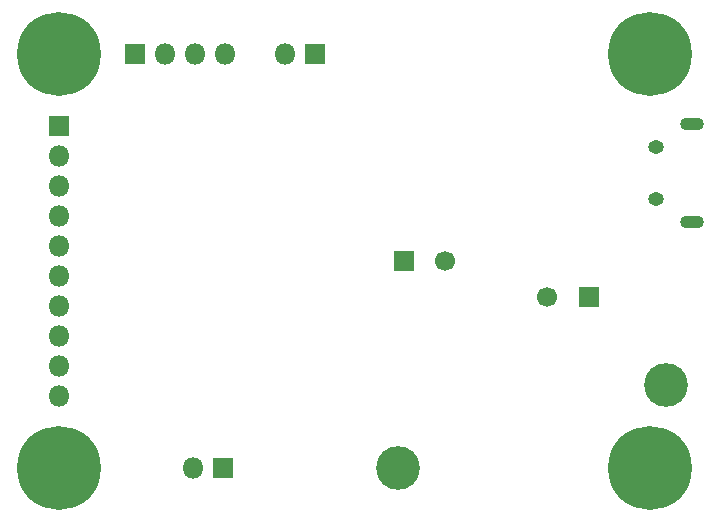
<source format=gbr>
%TF.GenerationSoftware,KiCad,Pcbnew,5.1.6*%
%TF.CreationDate,2021-04-04T19:37:59+02:00*%
%TF.ProjectId,teriyaki,74657269-7961-46b6-992e-6b696361645f,rev?*%
%TF.SameCoordinates,Original*%
%TF.FileFunction,Soldermask,Bot*%
%TF.FilePolarity,Negative*%
%FSLAX46Y46*%
G04 Gerber Fmt 4.6, Leading zero omitted, Abs format (unit mm)*
G04 Created by KiCad (PCBNEW 5.1.6) date 2021-04-04 19:37:59*
%MOMM*%
%LPD*%
G01*
G04 APERTURE LIST*
%ADD10O,1.800000X1.800000*%
%ADD11R,1.800000X1.800000*%
%ADD12C,0.900000*%
%ADD13C,7.100000*%
%ADD14C,1.700000*%
%ADD15R,1.700000X1.700000*%
%ADD16O,2.000000X1.100000*%
%ADD17O,1.350000X1.150000*%
%ADD18C,3.700000*%
G04 APERTURE END LIST*
D10*
%TO.C,J3*%
X92000000Y-118600000D03*
X92000000Y-116060000D03*
X92000000Y-113520000D03*
X92000000Y-110980000D03*
X92000000Y-108440000D03*
X92000000Y-105900000D03*
X92000000Y-103360000D03*
X92000000Y-100820000D03*
X92000000Y-98280000D03*
D11*
X92000000Y-95740000D03*
%TD*%
D10*
%TO.C,J4*%
X103300000Y-124700000D03*
D11*
X105840000Y-124700000D03*
%TD*%
D12*
%TO.C,H3*%
X93856155Y-122843845D03*
X92000000Y-122075000D03*
X90143845Y-122843845D03*
X89375000Y-124700000D03*
X90143845Y-126556155D03*
X92000000Y-127325000D03*
X93856155Y-126556155D03*
X94625000Y-124700000D03*
D13*
X92000000Y-124700000D03*
%TD*%
D12*
%TO.C,H4*%
X143856155Y-87843845D03*
X142000000Y-87075000D03*
X140143845Y-87843845D03*
X139375000Y-89700000D03*
X140143845Y-91556155D03*
X142000000Y-92325000D03*
X143856155Y-91556155D03*
X144625000Y-89700000D03*
D13*
X142000000Y-89700000D03*
%TD*%
D12*
%TO.C,H2*%
X93856155Y-87843845D03*
X92000000Y-87075000D03*
X90143845Y-87843845D03*
X89375000Y-89700000D03*
X90143845Y-91556155D03*
X92000000Y-92325000D03*
X93856155Y-91556155D03*
X94625000Y-89700000D03*
D13*
X92000000Y-89700000D03*
%TD*%
D12*
%TO.C,H1*%
X143856155Y-122843845D03*
X142000000Y-122075000D03*
X140143845Y-122843845D03*
X139375000Y-124700000D03*
X140143845Y-126556155D03*
X142000000Y-127325000D03*
X143856155Y-126556155D03*
X144625000Y-124700000D03*
D13*
X142000000Y-124700000D03*
%TD*%
D14*
%TO.C,C2*%
X133350000Y-110236000D03*
D15*
X136850000Y-110236000D03*
%TD*%
D14*
%TO.C,C7*%
X124700000Y-107200000D03*
D15*
X121200000Y-107200000D03*
%TD*%
D16*
%TO.C,J1*%
X145550000Y-95575000D03*
X145550000Y-103925000D03*
D17*
X142550000Y-97525000D03*
X142550000Y-101975000D03*
%TD*%
D10*
%TO.C,J2*%
X111120000Y-89680000D03*
D11*
X113660000Y-89680000D03*
%TD*%
D10*
%TO.C,J_SWIM1*%
X106035000Y-89700000D03*
X103495000Y-89700000D03*
X100955000Y-89700000D03*
D11*
X98415000Y-89700000D03*
%TD*%
D18*
%TO.C,TP1*%
X120680000Y-124690000D03*
%TD*%
%TO.C,TP2*%
X143400000Y-117700000D03*
%TD*%
M02*

</source>
